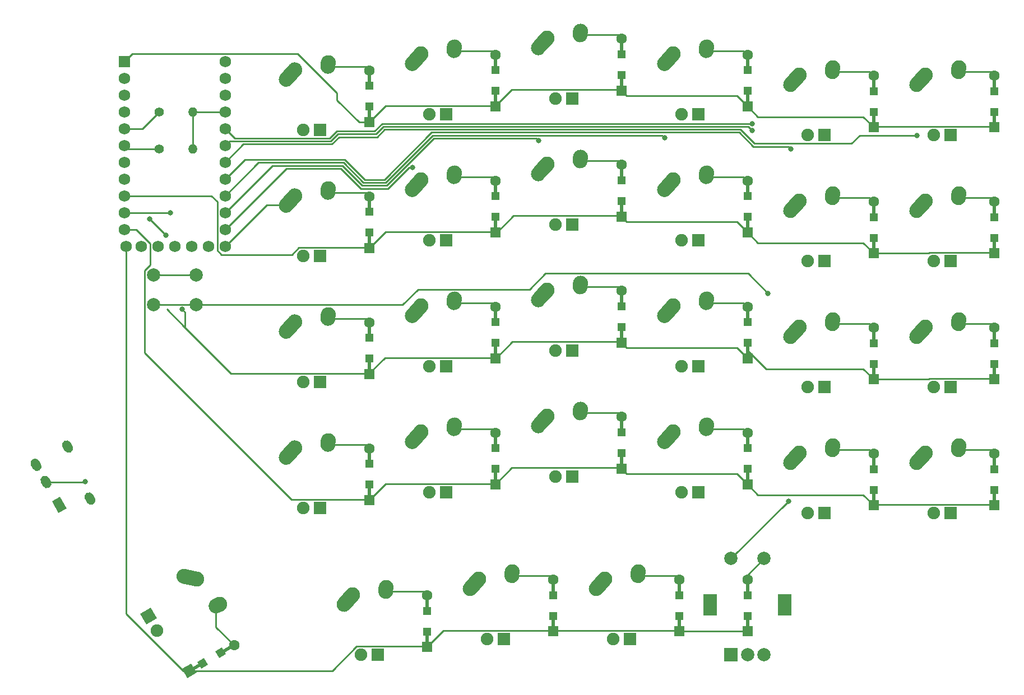
<source format=gbr>
%TF.GenerationSoftware,KiCad,Pcbnew,(5.1.9-0-10_14)*%
%TF.CreationDate,2021-04-19T01:18:51-05:00*%
%TF.ProjectId,wren-right,7772656e-2d72-4696-9768-742e6b696361,rev?*%
%TF.SameCoordinates,Original*%
%TF.FileFunction,Copper,L2,Bot*%
%TF.FilePolarity,Positive*%
%FSLAX46Y46*%
G04 Gerber Fmt 4.6, Leading zero omitted, Abs format (unit mm)*
G04 Created by KiCad (PCBNEW (5.1.9-0-10_14)) date 2021-04-19 01:18:51*
%MOMM*%
%LPD*%
G01*
G04 APERTURE LIST*
%TA.AperFunction,ComponentPad*%
%ADD10C,0.100000*%
%TD*%
%TA.AperFunction,ComponentPad*%
%ADD11C,1.905000*%
%TD*%
%TA.AperFunction,ComponentPad*%
%ADD12C,2.250000*%
%TD*%
%TA.AperFunction,ComponentPad*%
%ADD13O,1.400000X1.400000*%
%TD*%
%TA.AperFunction,ComponentPad*%
%ADD14C,1.400000*%
%TD*%
%TA.AperFunction,SMDPad,CuDef*%
%ADD15R,0.500000X2.500000*%
%TD*%
%TA.AperFunction,ComponentPad*%
%ADD16C,1.600000*%
%TD*%
%TA.AperFunction,ComponentPad*%
%ADD17R,1.600000X1.600000*%
%TD*%
%TA.AperFunction,SMDPad,CuDef*%
%ADD18R,1.200000X1.200000*%
%TD*%
%TA.AperFunction,SMDPad,CuDef*%
%ADD19C,0.100000*%
%TD*%
%TA.AperFunction,ComponentPad*%
%ADD20R,2.000000X2.000000*%
%TD*%
%TA.AperFunction,ComponentPad*%
%ADD21C,2.000000*%
%TD*%
%TA.AperFunction,ComponentPad*%
%ADD22R,2.000000X3.200000*%
%TD*%
%TA.AperFunction,ComponentPad*%
%ADD23C,1.752600*%
%TD*%
%TA.AperFunction,ComponentPad*%
%ADD24R,1.752600X1.752600*%
%TD*%
%TA.AperFunction,ComponentPad*%
%ADD25R,1.905000X1.905000*%
%TD*%
%TA.AperFunction,ViaPad*%
%ADD26C,0.800000*%
%TD*%
%TA.AperFunction,Conductor*%
%ADD27C,0.250000*%
%TD*%
G04 APERTURE END LIST*
%TA.AperFunction,ComponentPad*%
D10*
%TO.P,MX41,4*%
%TO.N,N/C*%
G36*
X100312702Y-140950259D02*
G01*
X101962480Y-139997759D01*
X102914980Y-141647537D01*
X101265202Y-142600037D01*
X100312702Y-140950259D01*
G37*
%TD.AperFunction*%
D11*
%TO.P,MX41,3*%
X102883841Y-143498602D03*
D12*
%TO.P,MX41,1*%
%TO.N,COL0*%
X108862352Y-135693686D03*
%TA.AperFunction,ComponentPad*%
G36*
G01*
X105842539Y-135055292D02*
X105842134Y-135057206D01*
G75*
G02*
X107174942Y-134188372I1100821J-231987D01*
G01*
X109094340Y-134592866D01*
G75*
G02*
X109963174Y-135925674I-231987J-1100821D01*
G01*
X109963174Y-135925674D01*
G75*
G02*
X108630366Y-136794508I-1100821J231987D01*
G01*
X106710968Y-136390014D01*
G75*
G02*
X105842134Y-135057206I231987J1100821D01*
G01*
G37*
%TD.AperFunction*%
%TO.P,MX41,2*%
%TO.N,Net-(D41-Pad2)*%
X112317659Y-139518455D03*
%TA.AperFunction,ComponentPad*%
G36*
G01*
X110785083Y-140268746D02*
X110784693Y-140267948D01*
G75*
G02*
X111301230Y-138763143I1010671J494134D01*
G01*
X111823526Y-138507783D01*
G75*
G02*
X113328331Y-139024320I494134J-1010671D01*
G01*
X113328331Y-139024320D01*
G75*
G02*
X112811794Y-140529125I-1010671J-494134D01*
G01*
X112289498Y-140784485D01*
G75*
G02*
X110784693Y-140267948I-494134J1010671D01*
G01*
G37*
%TD.AperFunction*%
%TD*%
D13*
%TO.P,R2,2*%
%TO.N,VCC*%
X108283750Y-70643750D03*
D14*
%TO.P,R2,1*%
%TO.N,SCL*%
X103203750Y-70643750D03*
%TD*%
D13*
%TO.P,R1,2*%
%TO.N,VCC*%
X108283750Y-65087500D03*
D14*
%TO.P,R1,1*%
%TO.N,SDA*%
X103203750Y-65087500D03*
%TD*%
D15*
%TO.P,D45,2*%
%TO.N,ENC1-IN*%
X192087500Y-137000000D03*
%TO.P,D45,1*%
%TO.N,ROW4*%
X192087500Y-142400000D03*
D16*
%TO.P,D45,2*%
%TO.N,ENC1-IN*%
X192087500Y-135800000D03*
D17*
%TO.P,D45,1*%
%TO.N,ROW4*%
X192087500Y-143600000D03*
D18*
X192087500Y-141275000D03*
%TO.P,D45,2*%
%TO.N,ENC1-IN*%
X192087500Y-138125000D03*
%TD*%
D15*
%TO.P,D44,2*%
%TO.N,Net-(D44-Pad2)*%
X181768750Y-137000000D03*
%TO.P,D44,1*%
%TO.N,ROW4*%
X181768750Y-142400000D03*
D16*
%TO.P,D44,2*%
%TO.N,Net-(D44-Pad2)*%
X181768750Y-135800000D03*
D17*
%TO.P,D44,1*%
%TO.N,ROW4*%
X181768750Y-143600000D03*
D18*
X181768750Y-141275000D03*
%TO.P,D44,2*%
%TO.N,Net-(D44-Pad2)*%
X181768750Y-138125000D03*
%TD*%
D15*
%TO.P,D43,2*%
%TO.N,Net-(D43-Pad2)*%
X162718750Y-137000000D03*
%TO.P,D43,1*%
%TO.N,ROW4*%
X162718750Y-142400000D03*
D16*
%TO.P,D43,2*%
%TO.N,Net-(D43-Pad2)*%
X162718750Y-135800000D03*
D17*
%TO.P,D43,1*%
%TO.N,ROW4*%
X162718750Y-143600000D03*
D18*
X162718750Y-141275000D03*
%TO.P,D43,2*%
%TO.N,Net-(D43-Pad2)*%
X162718750Y-138125000D03*
%TD*%
D15*
%TO.P,D42,2*%
%TO.N,Net-(D42-Pad2)*%
X143672250Y-139381250D03*
%TO.P,D42,1*%
%TO.N,ROW4*%
X143672250Y-144781250D03*
D16*
%TO.P,D42,2*%
%TO.N,Net-(D42-Pad2)*%
X143672250Y-138181250D03*
D17*
%TO.P,D42,1*%
%TO.N,ROW4*%
X143672250Y-145981250D03*
D18*
X143672250Y-143656250D03*
%TO.P,D42,2*%
%TO.N,Net-(D42-Pad2)*%
X143672250Y-140506250D03*
%TD*%
%TA.AperFunction,SMDPad,CuDef*%
D19*
%TO.P,D41,2*%
%TO.N,Net-(D41-Pad2)*%
G36*
X112519487Y-147129006D02*
G01*
X112269487Y-146695994D01*
X114434551Y-145445994D01*
X114684551Y-145879006D01*
X112519487Y-147129006D01*
G37*
%TD.AperFunction*%
%TA.AperFunction,SMDPad,CuDef*%
%TO.P,D41,1*%
%TO.N,ROW4*%
G36*
X107842949Y-149829006D02*
G01*
X107592949Y-149395994D01*
X109758013Y-148145994D01*
X110008013Y-148579006D01*
X107842949Y-149829006D01*
G37*
%TD.AperFunction*%
D16*
%TO.P,D41,2*%
%TO.N,Net-(D41-Pad2)*%
X114516249Y-145687500D03*
%TA.AperFunction,ComponentPad*%
D10*
%TO.P,D41,1*%
%TO.N,ROW4*%
G36*
X107468431Y-150680320D02*
G01*
X106668431Y-149294680D01*
X108054071Y-148494680D01*
X108854071Y-149880320D01*
X107468431Y-150680320D01*
G37*
%TD.AperFunction*%
%TA.AperFunction,SMDPad,CuDef*%
D19*
G36*
X109555145Y-149244615D02*
G01*
X108955145Y-148205385D01*
X109994375Y-147605385D01*
X110594375Y-148644615D01*
X109555145Y-149244615D01*
G37*
%TD.AperFunction*%
%TA.AperFunction,SMDPad,CuDef*%
%TO.P,D41,2*%
%TO.N,Net-(D41-Pad2)*%
G36*
X112283125Y-147669615D02*
G01*
X111683125Y-146630385D01*
X112722355Y-146030385D01*
X113322355Y-147069615D01*
X112283125Y-147669615D01*
G37*
%TD.AperFunction*%
%TD*%
D15*
%TO.P,D36,2*%
%TO.N,Net-(D36-Pad2)*%
X229370250Y-117950000D03*
%TO.P,D36,1*%
%TO.N,ROW3*%
X229370250Y-123350000D03*
D16*
%TO.P,D36,2*%
%TO.N,Net-(D36-Pad2)*%
X229370250Y-116750000D03*
D17*
%TO.P,D36,1*%
%TO.N,ROW3*%
X229370250Y-124550000D03*
D18*
X229370250Y-122225000D03*
%TO.P,D36,2*%
%TO.N,Net-(D36-Pad2)*%
X229370250Y-119075000D03*
%TD*%
D15*
%TO.P,D35,2*%
%TO.N,Net-(D35-Pad2)*%
X211119750Y-117950000D03*
%TO.P,D35,1*%
%TO.N,ROW3*%
X211119750Y-123350000D03*
D16*
%TO.P,D35,2*%
%TO.N,Net-(D35-Pad2)*%
X211119750Y-116750000D03*
D17*
%TO.P,D35,1*%
%TO.N,ROW3*%
X211119750Y-124550000D03*
D18*
X211119750Y-122225000D03*
%TO.P,D35,2*%
%TO.N,Net-(D35-Pad2)*%
X211119750Y-119075000D03*
%TD*%
D15*
%TO.P,D34,2*%
%TO.N,Net-(D34-Pad2)*%
X192075750Y-114775000D03*
%TO.P,D34,1*%
%TO.N,ROW3*%
X192075750Y-120175000D03*
D16*
%TO.P,D34,2*%
%TO.N,Net-(D34-Pad2)*%
X192075750Y-113575000D03*
D17*
%TO.P,D34,1*%
%TO.N,ROW3*%
X192075750Y-121375000D03*
D18*
X192075750Y-119050000D03*
%TO.P,D34,2*%
%TO.N,Net-(D34-Pad2)*%
X192075750Y-115900000D03*
%TD*%
D15*
%TO.P,D33,2*%
%TO.N,Net-(D33-Pad2)*%
X173031750Y-112393750D03*
%TO.P,D33,1*%
%TO.N,ROW3*%
X173031750Y-117793750D03*
D16*
%TO.P,D33,2*%
%TO.N,Net-(D33-Pad2)*%
X173031750Y-111193750D03*
D17*
%TO.P,D33,1*%
%TO.N,ROW3*%
X173031750Y-118993750D03*
D18*
X173031750Y-116668750D03*
%TO.P,D33,2*%
%TO.N,Net-(D33-Pad2)*%
X173031750Y-113518750D03*
%TD*%
D15*
%TO.P,D32,2*%
%TO.N,Net-(D32-Pad2)*%
X153987750Y-114775000D03*
%TO.P,D32,1*%
%TO.N,ROW3*%
X153987750Y-120175000D03*
D16*
%TO.P,D32,2*%
%TO.N,Net-(D32-Pad2)*%
X153987750Y-113575000D03*
D17*
%TO.P,D32,1*%
%TO.N,ROW3*%
X153987750Y-121375000D03*
D18*
X153987750Y-119050000D03*
%TO.P,D32,2*%
%TO.N,Net-(D32-Pad2)*%
X153987750Y-115900000D03*
%TD*%
D15*
%TO.P,D31,2*%
%TO.N,Net-(D31-Pad2)*%
X134943750Y-117156250D03*
%TO.P,D31,1*%
%TO.N,ROW3*%
X134943750Y-122556250D03*
D16*
%TO.P,D31,2*%
%TO.N,Net-(D31-Pad2)*%
X134943750Y-115956250D03*
D17*
%TO.P,D31,1*%
%TO.N,ROW3*%
X134943750Y-123756250D03*
D18*
X134943750Y-121431250D03*
%TO.P,D31,2*%
%TO.N,Net-(D31-Pad2)*%
X134943750Y-118281250D03*
%TD*%
D15*
%TO.P,D26,2*%
%TO.N,Net-(D26-Pad2)*%
X229370250Y-98900000D03*
%TO.P,D26,1*%
%TO.N,ROW2*%
X229370250Y-104300000D03*
D16*
%TO.P,D26,2*%
%TO.N,Net-(D26-Pad2)*%
X229370250Y-97700000D03*
D17*
%TO.P,D26,1*%
%TO.N,ROW2*%
X229370250Y-105500000D03*
D18*
X229370250Y-103175000D03*
%TO.P,D26,2*%
%TO.N,Net-(D26-Pad2)*%
X229370250Y-100025000D03*
%TD*%
D15*
%TO.P,D25,2*%
%TO.N,Net-(D25-Pad2)*%
X211119750Y-98900000D03*
%TO.P,D25,1*%
%TO.N,ROW2*%
X211119750Y-104300000D03*
D16*
%TO.P,D25,2*%
%TO.N,Net-(D25-Pad2)*%
X211119750Y-97700000D03*
D17*
%TO.P,D25,1*%
%TO.N,ROW2*%
X211119750Y-105500000D03*
D18*
X211119750Y-103175000D03*
%TO.P,D25,2*%
%TO.N,Net-(D25-Pad2)*%
X211119750Y-100025000D03*
%TD*%
D15*
%TO.P,D24,2*%
%TO.N,Net-(D24-Pad2)*%
X192075750Y-95725000D03*
%TO.P,D24,1*%
%TO.N,ROW2*%
X192075750Y-101125000D03*
D16*
%TO.P,D24,2*%
%TO.N,Net-(D24-Pad2)*%
X192075750Y-94525000D03*
D17*
%TO.P,D24,1*%
%TO.N,ROW2*%
X192075750Y-102325000D03*
D18*
X192075750Y-100000000D03*
%TO.P,D24,2*%
%TO.N,Net-(D24-Pad2)*%
X192075750Y-96850000D03*
%TD*%
D15*
%TO.P,D23,2*%
%TO.N,Net-(D23-Pad2)*%
X173031750Y-93343750D03*
%TO.P,D23,1*%
%TO.N,ROW2*%
X173031750Y-98743750D03*
D16*
%TO.P,D23,2*%
%TO.N,Net-(D23-Pad2)*%
X173031750Y-92143750D03*
D17*
%TO.P,D23,1*%
%TO.N,ROW2*%
X173031750Y-99943750D03*
D18*
X173031750Y-97618750D03*
%TO.P,D23,2*%
%TO.N,Net-(D23-Pad2)*%
X173031750Y-94468750D03*
%TD*%
D15*
%TO.P,D22,2*%
%TO.N,Net-(D22-Pad2)*%
X153987750Y-95725000D03*
%TO.P,D22,1*%
%TO.N,ROW2*%
X153987750Y-101125000D03*
D16*
%TO.P,D22,2*%
%TO.N,Net-(D22-Pad2)*%
X153987750Y-94525000D03*
D17*
%TO.P,D22,1*%
%TO.N,ROW2*%
X153987750Y-102325000D03*
D18*
X153987750Y-100000000D03*
%TO.P,D22,2*%
%TO.N,Net-(D22-Pad2)*%
X153987750Y-96850000D03*
%TD*%
D15*
%TO.P,D21,2*%
%TO.N,Net-(D21-Pad2)*%
X134943750Y-98106250D03*
%TO.P,D21,1*%
%TO.N,ROW2*%
X134943750Y-103506250D03*
D16*
%TO.P,D21,2*%
%TO.N,Net-(D21-Pad2)*%
X134943750Y-96906250D03*
D17*
%TO.P,D21,1*%
%TO.N,ROW2*%
X134943750Y-104706250D03*
D18*
X134943750Y-102381250D03*
%TO.P,D21,2*%
%TO.N,Net-(D21-Pad2)*%
X134943750Y-99231250D03*
%TD*%
D15*
%TO.P,D16,2*%
%TO.N,Net-(D16-Pad2)*%
X229370250Y-79850000D03*
%TO.P,D16,1*%
%TO.N,ROW1*%
X229370250Y-85250000D03*
D16*
%TO.P,D16,2*%
%TO.N,Net-(D16-Pad2)*%
X229370250Y-78650000D03*
D17*
%TO.P,D16,1*%
%TO.N,ROW1*%
X229370250Y-86450000D03*
D18*
X229370250Y-84125000D03*
%TO.P,D16,2*%
%TO.N,Net-(D16-Pad2)*%
X229370250Y-80975000D03*
%TD*%
D15*
%TO.P,D15,2*%
%TO.N,Net-(D15-Pad2)*%
X211119750Y-79850000D03*
%TO.P,D15,1*%
%TO.N,ROW1*%
X211119750Y-85250000D03*
D16*
%TO.P,D15,2*%
%TO.N,Net-(D15-Pad2)*%
X211119750Y-78650000D03*
D17*
%TO.P,D15,1*%
%TO.N,ROW1*%
X211119750Y-86450000D03*
D18*
X211119750Y-84125000D03*
%TO.P,D15,2*%
%TO.N,Net-(D15-Pad2)*%
X211119750Y-80975000D03*
%TD*%
D15*
%TO.P,D14,2*%
%TO.N,Net-(D14-Pad2)*%
X192075750Y-76675000D03*
%TO.P,D14,1*%
%TO.N,ROW1*%
X192075750Y-82075000D03*
D16*
%TO.P,D14,2*%
%TO.N,Net-(D14-Pad2)*%
X192075750Y-75475000D03*
D17*
%TO.P,D14,1*%
%TO.N,ROW1*%
X192075750Y-83275000D03*
D18*
X192075750Y-80950000D03*
%TO.P,D14,2*%
%TO.N,Net-(D14-Pad2)*%
X192075750Y-77800000D03*
%TD*%
D15*
%TO.P,D13,2*%
%TO.N,Net-(D13-Pad2)*%
X173031750Y-74293750D03*
%TO.P,D13,1*%
%TO.N,ROW1*%
X173031750Y-79693750D03*
D16*
%TO.P,D13,2*%
%TO.N,Net-(D13-Pad2)*%
X173031750Y-73093750D03*
D17*
%TO.P,D13,1*%
%TO.N,ROW1*%
X173031750Y-80893750D03*
D18*
X173031750Y-78568750D03*
%TO.P,D13,2*%
%TO.N,Net-(D13-Pad2)*%
X173031750Y-75418750D03*
%TD*%
D15*
%TO.P,D12,2*%
%TO.N,Net-(D12-Pad2)*%
X153987750Y-76675000D03*
%TO.P,D12,1*%
%TO.N,ROW1*%
X153987750Y-82075000D03*
D16*
%TO.P,D12,2*%
%TO.N,Net-(D12-Pad2)*%
X153987750Y-75475000D03*
D17*
%TO.P,D12,1*%
%TO.N,ROW1*%
X153987750Y-83275000D03*
D18*
X153987750Y-80950000D03*
%TO.P,D12,2*%
%TO.N,Net-(D12-Pad2)*%
X153987750Y-77800000D03*
%TD*%
D15*
%TO.P,D11,2*%
%TO.N,Net-(D11-Pad2)*%
X134943750Y-79056250D03*
%TO.P,D11,1*%
%TO.N,ROW1*%
X134943750Y-84456250D03*
D16*
%TO.P,D11,2*%
%TO.N,Net-(D11-Pad2)*%
X134943750Y-77856250D03*
D17*
%TO.P,D11,1*%
%TO.N,ROW1*%
X134943750Y-85656250D03*
D18*
X134943750Y-83331250D03*
%TO.P,D11,2*%
%TO.N,Net-(D11-Pad2)*%
X134943750Y-80181250D03*
%TD*%
D15*
%TO.P,D6,2*%
%TO.N,Net-(D6-Pad2)*%
X229370250Y-60800000D03*
%TO.P,D6,1*%
%TO.N,ROW0*%
X229370250Y-66200000D03*
D16*
%TO.P,D6,2*%
%TO.N,Net-(D6-Pad2)*%
X229370250Y-59600000D03*
D17*
%TO.P,D6,1*%
%TO.N,ROW0*%
X229370250Y-67400000D03*
D18*
X229370250Y-65075000D03*
%TO.P,D6,2*%
%TO.N,Net-(D6-Pad2)*%
X229370250Y-61925000D03*
%TD*%
D15*
%TO.P,D5,2*%
%TO.N,Net-(D5-Pad2)*%
X211119750Y-60800000D03*
%TO.P,D5,1*%
%TO.N,ROW0*%
X211119750Y-66200000D03*
D16*
%TO.P,D5,2*%
%TO.N,Net-(D5-Pad2)*%
X211119750Y-59600000D03*
D17*
%TO.P,D5,1*%
%TO.N,ROW0*%
X211119750Y-67400000D03*
D18*
X211119750Y-65075000D03*
%TO.P,D5,2*%
%TO.N,Net-(D5-Pad2)*%
X211119750Y-61925000D03*
%TD*%
D15*
%TO.P,D4,2*%
%TO.N,Net-(D4-Pad2)*%
X192075750Y-57625000D03*
%TO.P,D4,1*%
%TO.N,ROW0*%
X192075750Y-63025000D03*
D16*
%TO.P,D4,2*%
%TO.N,Net-(D4-Pad2)*%
X192075750Y-56425000D03*
D17*
%TO.P,D4,1*%
%TO.N,ROW0*%
X192075750Y-64225000D03*
D18*
X192075750Y-61900000D03*
%TO.P,D4,2*%
%TO.N,Net-(D4-Pad2)*%
X192075750Y-58750000D03*
%TD*%
D15*
%TO.P,D3,2*%
%TO.N,Net-(D3-Pad2)*%
X173031750Y-55243750D03*
%TO.P,D3,1*%
%TO.N,ROW0*%
X173031750Y-60643750D03*
D16*
%TO.P,D3,2*%
%TO.N,Net-(D3-Pad2)*%
X173031750Y-54043750D03*
D17*
%TO.P,D3,1*%
%TO.N,ROW0*%
X173031750Y-61843750D03*
D18*
X173031750Y-59518750D03*
%TO.P,D3,2*%
%TO.N,Net-(D3-Pad2)*%
X173031750Y-56368750D03*
%TD*%
D15*
%TO.P,D2,2*%
%TO.N,Net-(D2-Pad2)*%
X153987750Y-57625000D03*
%TO.P,D2,1*%
%TO.N,ROW0*%
X153987750Y-63025000D03*
D16*
%TO.P,D2,2*%
%TO.N,Net-(D2-Pad2)*%
X153987750Y-56425000D03*
D17*
%TO.P,D2,1*%
%TO.N,ROW0*%
X153987750Y-64225000D03*
D18*
X153987750Y-61900000D03*
%TO.P,D2,2*%
%TO.N,Net-(D2-Pad2)*%
X153987750Y-58750000D03*
%TD*%
D15*
%TO.P,D1,2*%
%TO.N,Net-(D1-Pad2)*%
X134943750Y-60006250D03*
%TO.P,D1,1*%
%TO.N,ROW0*%
X134943750Y-65406250D03*
D16*
%TO.P,D1,2*%
%TO.N,Net-(D1-Pad2)*%
X134943750Y-58806250D03*
D17*
%TO.P,D1,1*%
%TO.N,ROW0*%
X134943750Y-66606250D03*
D18*
X134943750Y-64281250D03*
%TO.P,D1,2*%
%TO.N,Net-(D1-Pad2)*%
X134943750Y-61131250D03*
%TD*%
D20*
%TO.P,ENC1,A*%
%TO.N,LEFT*%
X189579250Y-147097750D03*
D21*
%TO.P,ENC1,C*%
%TO.N,GND*%
X192079250Y-147097750D03*
%TO.P,ENC1,B*%
%TO.N,RIGHT*%
X194579250Y-147097750D03*
D22*
%TO.P,ENC1,MP*%
%TO.N,N/C*%
X186479250Y-139597750D03*
X197679250Y-139597750D03*
D21*
%TO.P,ENC1,S2*%
%TO.N,COL4*%
X189579250Y-132597750D03*
%TO.P,ENC1,S1*%
%TO.N,ENC1-IN*%
X194579250Y-132597750D03*
%TD*%
D23*
%TO.P,U1,25*%
%TO.N,N/C*%
X100488750Y-85407500D03*
%TO.P,U1,26*%
X103028750Y-85407500D03*
%TO.P,U1,27*%
X105568750Y-85407500D03*
%TO.P,U1,28*%
X108108750Y-85407500D03*
%TO.P,U1,29*%
X110648750Y-85407500D03*
%TO.P,U1,24*%
X113188750Y-57467500D03*
%TO.P,U1,12*%
%TO.N,ROW4*%
X98177350Y-85407500D03*
%TO.P,U1,23*%
%TO.N,GND*%
X113188750Y-60007500D03*
%TO.P,U1,22*%
%TO.N,Net-(SW0-Pad1)*%
X113188750Y-62547500D03*
%TO.P,U1,21*%
%TO.N,VCC*%
X113188750Y-65087500D03*
%TO.P,U1,20*%
%TO.N,RIGHT*%
X113188750Y-67627500D03*
%TO.P,U1,19*%
%TO.N,LEFT*%
X113188750Y-70167500D03*
%TO.P,U1,18*%
%TO.N,COL5*%
X113188750Y-72707500D03*
%TO.P,U1,17*%
%TO.N,COL4*%
X113188750Y-75247500D03*
%TO.P,U1,16*%
%TO.N,COL3*%
X113188750Y-77787500D03*
%TO.P,U1,15*%
%TO.N,COL2*%
X113188750Y-80327500D03*
%TO.P,U1,14*%
%TO.N,COL1*%
X113188750Y-82867500D03*
%TO.P,U1,13*%
%TO.N,COL0*%
X113188750Y-85407500D03*
%TO.P,U1,11*%
%TO.N,ROW3*%
X97948750Y-82867500D03*
%TO.P,U1,10*%
%TO.N,ROW2*%
X97948750Y-80327500D03*
%TO.P,U1,9*%
%TO.N,ROW1*%
X97948750Y-77787500D03*
%TO.P,U1,8*%
%TO.N,N/C*%
X97948750Y-75247500D03*
%TO.P,U1,7*%
X97948750Y-72707500D03*
%TO.P,U1,6*%
%TO.N,SCL*%
X97948750Y-70167500D03*
%TO.P,U1,5*%
%TO.N,SDA*%
X97948750Y-67627500D03*
%TO.P,U1,4*%
%TO.N,N/C*%
X97948750Y-65087500D03*
%TO.P,U1,3*%
X97948750Y-62547500D03*
%TO.P,U1,2*%
X97948750Y-60007500D03*
D24*
%TO.P,U1,1*%
%TO.N,ROW0*%
X97948750Y-57467500D03*
%TD*%
D21*
%TO.P,SW0,1*%
%TO.N,Net-(SW0-Pad1)*%
X108830250Y-89693750D03*
%TO.P,SW0,2*%
%TO.N,GND*%
X108830250Y-94193750D03*
%TO.P,SW0,1*%
%TO.N,Net-(SW0-Pad1)*%
X102330250Y-89693750D03*
%TO.P,SW0,2*%
%TO.N,GND*%
X102330250Y-94193750D03*
%TD*%
%TO.P,J1,R2*%
%TO.N,SCL*%
%TA.AperFunction,ComponentPad*%
G36*
G01*
X84106250Y-117563546D02*
X84106250Y-117563546D01*
G75*
G02*
X85062468Y-117819764I350000J-606218D01*
G01*
X85362468Y-118339380D01*
G75*
G02*
X85106250Y-119295598I-606218J-350000D01*
G01*
X85106250Y-119295598D01*
G75*
G02*
X84150032Y-119039380I-350000J606218D01*
G01*
X83850032Y-118519764D01*
G75*
G02*
X84106250Y-117563546I606218J350000D01*
G01*
G37*
%TD.AperFunction*%
%TO.P,J1,R1*%
%TO.N,VCC*%
%TA.AperFunction,ComponentPad*%
G36*
G01*
X85606250Y-120161622D02*
X85606250Y-120161622D01*
G75*
G02*
X86562468Y-120417840I350000J-606218D01*
G01*
X86862468Y-120937456D01*
G75*
G02*
X86606250Y-121893674I-606218J-350000D01*
G01*
X86606250Y-121893674D01*
G75*
G02*
X85650032Y-121637456I-350000J606218D01*
G01*
X85350032Y-121117840D01*
G75*
G02*
X85606250Y-120161622I606218J350000D01*
G01*
G37*
%TD.AperFunction*%
%TA.AperFunction,ComponentPad*%
D10*
%TO.P,J1,T*%
%TO.N,GND*%
G36*
X87000032Y-123975725D02*
G01*
X88212468Y-123275725D01*
X89212468Y-125007775D01*
X88000032Y-125707775D01*
X87000032Y-123975725D01*
G37*
%TD.AperFunction*%
%TO.P,J1,S*%
%TO.N,SDA*%
%TA.AperFunction,ComponentPad*%
G36*
G01*
X92253364Y-122674762D02*
X92253364Y-122674762D01*
G75*
G02*
X93209582Y-122930980I350000J-606218D01*
G01*
X93509582Y-123450596D01*
G75*
G02*
X93253364Y-124406814I-606218J-350000D01*
G01*
X93253364Y-124406814D01*
G75*
G02*
X92297146Y-124150596I-350000J606218D01*
G01*
X91997146Y-123630980D01*
G75*
G02*
X92253364Y-122674762I606218J350000D01*
G01*
G37*
%TD.AperFunction*%
%TO.P,J1,*%
%TO.N,*%
%TA.AperFunction,ComponentPad*%
G36*
G01*
X88869390Y-114813546D02*
X88869390Y-114813546D01*
G75*
G02*
X89825608Y-115069764I350000J-606218D01*
G01*
X90125608Y-115589380D01*
G75*
G02*
X89869390Y-116545598I-606218J-350000D01*
G01*
X89869390Y-116545598D01*
G75*
G02*
X88913172Y-116289380I-350000J606218D01*
G01*
X88613172Y-115769764D01*
G75*
G02*
X88869390Y-114813546I606218J350000D01*
G01*
G37*
%TD.AperFunction*%
%TD*%
D25*
%TO.P,MX44,4*%
%TO.N,N/C*%
X174307500Y-144780000D03*
D11*
%TO.P,MX44,3*%
X171767500Y-144780000D03*
D12*
%TO.P,MX44,1*%
%TO.N,COL3*%
X170537500Y-135700000D03*
%TA.AperFunction,ComponentPad*%
G36*
G01*
X168476188Y-137997350D02*
X168476183Y-137997345D01*
G75*
G02*
X168390155Y-136408683I751317J837345D01*
G01*
X169700157Y-134948683D01*
G75*
G02*
X171288819Y-134862655I837345J-751317D01*
G01*
X171288819Y-134862655D01*
G75*
G02*
X171374847Y-136451317I-751317J-837345D01*
G01*
X170064845Y-137911317D01*
G75*
G02*
X168476183Y-137997345I-837345J751317D01*
G01*
G37*
%TD.AperFunction*%
%TO.P,MX44,2*%
%TO.N,Net-(D44-Pad2)*%
X175577500Y-134620000D03*
%TA.AperFunction,ComponentPad*%
G36*
G01*
X175460983Y-136322395D02*
X175460097Y-136322334D01*
G75*
G02*
X174415166Y-135122597I77403J1122334D01*
G01*
X174455166Y-134542597D01*
G75*
G02*
X175654903Y-133497666I1122334J-77403D01*
G01*
X175654903Y-133497666D01*
G75*
G02*
X176699834Y-134697403I-77403J-1122334D01*
G01*
X176659834Y-135277403D01*
G75*
G02*
X175460097Y-136322334I-1122334J77403D01*
G01*
G37*
%TD.AperFunction*%
%TD*%
D25*
%TO.P,MX43,4*%
%TO.N,N/C*%
X155257500Y-144780000D03*
D11*
%TO.P,MX43,3*%
X152717500Y-144780000D03*
D12*
%TO.P,MX43,1*%
%TO.N,COL2*%
X151487500Y-135700000D03*
%TA.AperFunction,ComponentPad*%
G36*
G01*
X149426188Y-137997350D02*
X149426183Y-137997345D01*
G75*
G02*
X149340155Y-136408683I751317J837345D01*
G01*
X150650157Y-134948683D01*
G75*
G02*
X152238819Y-134862655I837345J-751317D01*
G01*
X152238819Y-134862655D01*
G75*
G02*
X152324847Y-136451317I-751317J-837345D01*
G01*
X151014845Y-137911317D01*
G75*
G02*
X149426183Y-137997345I-837345J751317D01*
G01*
G37*
%TD.AperFunction*%
%TO.P,MX43,2*%
%TO.N,Net-(D43-Pad2)*%
X156527500Y-134620000D03*
%TA.AperFunction,ComponentPad*%
G36*
G01*
X156410983Y-136322395D02*
X156410097Y-136322334D01*
G75*
G02*
X155365166Y-135122597I77403J1122334D01*
G01*
X155405166Y-134542597D01*
G75*
G02*
X156604903Y-133497666I1122334J-77403D01*
G01*
X156604903Y-133497666D01*
G75*
G02*
X157649834Y-134697403I-77403J-1122334D01*
G01*
X157609834Y-135277403D01*
G75*
G02*
X156410097Y-136322334I-1122334J77403D01*
G01*
G37*
%TD.AperFunction*%
%TD*%
D25*
%TO.P,MX42,4*%
%TO.N,N/C*%
X136207500Y-147161250D03*
D11*
%TO.P,MX42,3*%
X133667500Y-147161250D03*
D12*
%TO.P,MX42,1*%
%TO.N,COL1*%
X132437500Y-138081250D03*
%TA.AperFunction,ComponentPad*%
G36*
G01*
X130376188Y-140378600D02*
X130376183Y-140378595D01*
G75*
G02*
X130290155Y-138789933I751317J837345D01*
G01*
X131600157Y-137329933D01*
G75*
G02*
X133188819Y-137243905I837345J-751317D01*
G01*
X133188819Y-137243905D01*
G75*
G02*
X133274847Y-138832567I-751317J-837345D01*
G01*
X131964845Y-140292567D01*
G75*
G02*
X130376183Y-140378595I-837345J751317D01*
G01*
G37*
%TD.AperFunction*%
%TO.P,MX42,2*%
%TO.N,Net-(D42-Pad2)*%
X137477500Y-137001250D03*
%TA.AperFunction,ComponentPad*%
G36*
G01*
X137360983Y-138703645D02*
X137360097Y-138703584D01*
G75*
G02*
X136315166Y-137503847I77403J1122334D01*
G01*
X136355166Y-136923847D01*
G75*
G02*
X137554903Y-135878916I1122334J-77403D01*
G01*
X137554903Y-135878916D01*
G75*
G02*
X138599834Y-137078653I-77403J-1122334D01*
G01*
X138559834Y-137658653D01*
G75*
G02*
X137360097Y-138703584I-1122334J77403D01*
G01*
G37*
%TD.AperFunction*%
%TD*%
D25*
%TO.P,MX36,4*%
%TO.N,N/C*%
X222726250Y-125730000D03*
D11*
%TO.P,MX36,3*%
X220186250Y-125730000D03*
D12*
%TO.P,MX36,1*%
%TO.N,COL5*%
X218956250Y-116650000D03*
%TA.AperFunction,ComponentPad*%
G36*
G01*
X216894938Y-118947350D02*
X216894933Y-118947345D01*
G75*
G02*
X216808905Y-117358683I751317J837345D01*
G01*
X218118907Y-115898683D01*
G75*
G02*
X219707569Y-115812655I837345J-751317D01*
G01*
X219707569Y-115812655D01*
G75*
G02*
X219793597Y-117401317I-751317J-837345D01*
G01*
X218483595Y-118861317D01*
G75*
G02*
X216894933Y-118947345I-837345J751317D01*
G01*
G37*
%TD.AperFunction*%
%TO.P,MX36,2*%
%TO.N,Net-(D36-Pad2)*%
X223996250Y-115570000D03*
%TA.AperFunction,ComponentPad*%
G36*
G01*
X223879733Y-117272395D02*
X223878847Y-117272334D01*
G75*
G02*
X222833916Y-116072597I77403J1122334D01*
G01*
X222873916Y-115492597D01*
G75*
G02*
X224073653Y-114447666I1122334J-77403D01*
G01*
X224073653Y-114447666D01*
G75*
G02*
X225118584Y-115647403I-77403J-1122334D01*
G01*
X225078584Y-116227403D01*
G75*
G02*
X223878847Y-117272334I-1122334J77403D01*
G01*
G37*
%TD.AperFunction*%
%TD*%
D25*
%TO.P,MX35,4*%
%TO.N,N/C*%
X203676250Y-125730000D03*
D11*
%TO.P,MX35,3*%
X201136250Y-125730000D03*
D12*
%TO.P,MX35,1*%
%TO.N,COL4*%
X199906250Y-116650000D03*
%TA.AperFunction,ComponentPad*%
G36*
G01*
X197844938Y-118947350D02*
X197844933Y-118947345D01*
G75*
G02*
X197758905Y-117358683I751317J837345D01*
G01*
X199068907Y-115898683D01*
G75*
G02*
X200657569Y-115812655I837345J-751317D01*
G01*
X200657569Y-115812655D01*
G75*
G02*
X200743597Y-117401317I-751317J-837345D01*
G01*
X199433595Y-118861317D01*
G75*
G02*
X197844933Y-118947345I-837345J751317D01*
G01*
G37*
%TD.AperFunction*%
%TO.P,MX35,2*%
%TO.N,Net-(D35-Pad2)*%
X204946250Y-115570000D03*
%TA.AperFunction,ComponentPad*%
G36*
G01*
X204829733Y-117272395D02*
X204828847Y-117272334D01*
G75*
G02*
X203783916Y-116072597I77403J1122334D01*
G01*
X203823916Y-115492597D01*
G75*
G02*
X205023653Y-114447666I1122334J-77403D01*
G01*
X205023653Y-114447666D01*
G75*
G02*
X206068584Y-115647403I-77403J-1122334D01*
G01*
X206028584Y-116227403D01*
G75*
G02*
X204828847Y-117272334I-1122334J77403D01*
G01*
G37*
%TD.AperFunction*%
%TD*%
D25*
%TO.P,MX34,4*%
%TO.N,N/C*%
X184626250Y-122555000D03*
D11*
%TO.P,MX34,3*%
X182086250Y-122555000D03*
D12*
%TO.P,MX34,1*%
%TO.N,COL3*%
X180856250Y-113475000D03*
%TA.AperFunction,ComponentPad*%
G36*
G01*
X178794938Y-115772350D02*
X178794933Y-115772345D01*
G75*
G02*
X178708905Y-114183683I751317J837345D01*
G01*
X180018907Y-112723683D01*
G75*
G02*
X181607569Y-112637655I837345J-751317D01*
G01*
X181607569Y-112637655D01*
G75*
G02*
X181693597Y-114226317I-751317J-837345D01*
G01*
X180383595Y-115686317D01*
G75*
G02*
X178794933Y-115772345I-837345J751317D01*
G01*
G37*
%TD.AperFunction*%
%TO.P,MX34,2*%
%TO.N,Net-(D34-Pad2)*%
X185896250Y-112395000D03*
%TA.AperFunction,ComponentPad*%
G36*
G01*
X185779733Y-114097395D02*
X185778847Y-114097334D01*
G75*
G02*
X184733916Y-112897597I77403J1122334D01*
G01*
X184773916Y-112317597D01*
G75*
G02*
X185973653Y-111272666I1122334J-77403D01*
G01*
X185973653Y-111272666D01*
G75*
G02*
X187018584Y-112472403I-77403J-1122334D01*
G01*
X186978584Y-113052403D01*
G75*
G02*
X185778847Y-114097334I-1122334J77403D01*
G01*
G37*
%TD.AperFunction*%
%TD*%
D25*
%TO.P,MX33,4*%
%TO.N,N/C*%
X165576250Y-120173750D03*
D11*
%TO.P,MX33,3*%
X163036250Y-120173750D03*
D12*
%TO.P,MX33,1*%
%TO.N,COL2*%
X161806250Y-111093750D03*
%TA.AperFunction,ComponentPad*%
G36*
G01*
X159744938Y-113391100D02*
X159744933Y-113391095D01*
G75*
G02*
X159658905Y-111802433I751317J837345D01*
G01*
X160968907Y-110342433D01*
G75*
G02*
X162557569Y-110256405I837345J-751317D01*
G01*
X162557569Y-110256405D01*
G75*
G02*
X162643597Y-111845067I-751317J-837345D01*
G01*
X161333595Y-113305067D01*
G75*
G02*
X159744933Y-113391095I-837345J751317D01*
G01*
G37*
%TD.AperFunction*%
%TO.P,MX33,2*%
%TO.N,Net-(D33-Pad2)*%
X166846250Y-110013750D03*
%TA.AperFunction,ComponentPad*%
G36*
G01*
X166729733Y-111716145D02*
X166728847Y-111716084D01*
G75*
G02*
X165683916Y-110516347I77403J1122334D01*
G01*
X165723916Y-109936347D01*
G75*
G02*
X166923653Y-108891416I1122334J-77403D01*
G01*
X166923653Y-108891416D01*
G75*
G02*
X167968584Y-110091153I-77403J-1122334D01*
G01*
X167928584Y-110671153D01*
G75*
G02*
X166728847Y-111716084I-1122334J77403D01*
G01*
G37*
%TD.AperFunction*%
%TD*%
D25*
%TO.P,MX32,4*%
%TO.N,N/C*%
X146526250Y-122555000D03*
D11*
%TO.P,MX32,3*%
X143986250Y-122555000D03*
D12*
%TO.P,MX32,1*%
%TO.N,COL1*%
X142756250Y-113475000D03*
%TA.AperFunction,ComponentPad*%
G36*
G01*
X140694938Y-115772350D02*
X140694933Y-115772345D01*
G75*
G02*
X140608905Y-114183683I751317J837345D01*
G01*
X141918907Y-112723683D01*
G75*
G02*
X143507569Y-112637655I837345J-751317D01*
G01*
X143507569Y-112637655D01*
G75*
G02*
X143593597Y-114226317I-751317J-837345D01*
G01*
X142283595Y-115686317D01*
G75*
G02*
X140694933Y-115772345I-837345J751317D01*
G01*
G37*
%TD.AperFunction*%
%TO.P,MX32,2*%
%TO.N,Net-(D32-Pad2)*%
X147796250Y-112395000D03*
%TA.AperFunction,ComponentPad*%
G36*
G01*
X147679733Y-114097395D02*
X147678847Y-114097334D01*
G75*
G02*
X146633916Y-112897597I77403J1122334D01*
G01*
X146673916Y-112317597D01*
G75*
G02*
X147873653Y-111272666I1122334J-77403D01*
G01*
X147873653Y-111272666D01*
G75*
G02*
X148918584Y-112472403I-77403J-1122334D01*
G01*
X148878584Y-113052403D01*
G75*
G02*
X147678847Y-114097334I-1122334J77403D01*
G01*
G37*
%TD.AperFunction*%
%TD*%
D25*
%TO.P,MX31,4*%
%TO.N,N/C*%
X127476250Y-124936250D03*
D11*
%TO.P,MX31,3*%
X124936250Y-124936250D03*
D12*
%TO.P,MX31,1*%
%TO.N,COL0*%
X123706250Y-115856250D03*
%TA.AperFunction,ComponentPad*%
G36*
G01*
X121644938Y-118153600D02*
X121644933Y-118153595D01*
G75*
G02*
X121558905Y-116564933I751317J837345D01*
G01*
X122868907Y-115104933D01*
G75*
G02*
X124457569Y-115018905I837345J-751317D01*
G01*
X124457569Y-115018905D01*
G75*
G02*
X124543597Y-116607567I-751317J-837345D01*
G01*
X123233595Y-118067567D01*
G75*
G02*
X121644933Y-118153595I-837345J751317D01*
G01*
G37*
%TD.AperFunction*%
%TO.P,MX31,2*%
%TO.N,Net-(D31-Pad2)*%
X128746250Y-114776250D03*
%TA.AperFunction,ComponentPad*%
G36*
G01*
X128629733Y-116478645D02*
X128628847Y-116478584D01*
G75*
G02*
X127583916Y-115278847I77403J1122334D01*
G01*
X127623916Y-114698847D01*
G75*
G02*
X128823653Y-113653916I1122334J-77403D01*
G01*
X128823653Y-113653916D01*
G75*
G02*
X129868584Y-114853653I-77403J-1122334D01*
G01*
X129828584Y-115433653D01*
G75*
G02*
X128628847Y-116478584I-1122334J77403D01*
G01*
G37*
%TD.AperFunction*%
%TD*%
D25*
%TO.P,MX26,4*%
%TO.N,N/C*%
X222726250Y-106680000D03*
D11*
%TO.P,MX26,3*%
X220186250Y-106680000D03*
D12*
%TO.P,MX26,1*%
%TO.N,COL5*%
X218956250Y-97600000D03*
%TA.AperFunction,ComponentPad*%
G36*
G01*
X216894938Y-99897350D02*
X216894933Y-99897345D01*
G75*
G02*
X216808905Y-98308683I751317J837345D01*
G01*
X218118907Y-96848683D01*
G75*
G02*
X219707569Y-96762655I837345J-751317D01*
G01*
X219707569Y-96762655D01*
G75*
G02*
X219793597Y-98351317I-751317J-837345D01*
G01*
X218483595Y-99811317D01*
G75*
G02*
X216894933Y-99897345I-837345J751317D01*
G01*
G37*
%TD.AperFunction*%
%TO.P,MX26,2*%
%TO.N,Net-(D26-Pad2)*%
X223996250Y-96520000D03*
%TA.AperFunction,ComponentPad*%
G36*
G01*
X223879733Y-98222395D02*
X223878847Y-98222334D01*
G75*
G02*
X222833916Y-97022597I77403J1122334D01*
G01*
X222873916Y-96442597D01*
G75*
G02*
X224073653Y-95397666I1122334J-77403D01*
G01*
X224073653Y-95397666D01*
G75*
G02*
X225118584Y-96597403I-77403J-1122334D01*
G01*
X225078584Y-97177403D01*
G75*
G02*
X223878847Y-98222334I-1122334J77403D01*
G01*
G37*
%TD.AperFunction*%
%TD*%
D25*
%TO.P,MX25,4*%
%TO.N,N/C*%
X203676250Y-106680000D03*
D11*
%TO.P,MX25,3*%
X201136250Y-106680000D03*
D12*
%TO.P,MX25,1*%
%TO.N,COL4*%
X199906250Y-97600000D03*
%TA.AperFunction,ComponentPad*%
G36*
G01*
X197844938Y-99897350D02*
X197844933Y-99897345D01*
G75*
G02*
X197758905Y-98308683I751317J837345D01*
G01*
X199068907Y-96848683D01*
G75*
G02*
X200657569Y-96762655I837345J-751317D01*
G01*
X200657569Y-96762655D01*
G75*
G02*
X200743597Y-98351317I-751317J-837345D01*
G01*
X199433595Y-99811317D01*
G75*
G02*
X197844933Y-99897345I-837345J751317D01*
G01*
G37*
%TD.AperFunction*%
%TO.P,MX25,2*%
%TO.N,Net-(D25-Pad2)*%
X204946250Y-96520000D03*
%TA.AperFunction,ComponentPad*%
G36*
G01*
X204829733Y-98222395D02*
X204828847Y-98222334D01*
G75*
G02*
X203783916Y-97022597I77403J1122334D01*
G01*
X203823916Y-96442597D01*
G75*
G02*
X205023653Y-95397666I1122334J-77403D01*
G01*
X205023653Y-95397666D01*
G75*
G02*
X206068584Y-96597403I-77403J-1122334D01*
G01*
X206028584Y-97177403D01*
G75*
G02*
X204828847Y-98222334I-1122334J77403D01*
G01*
G37*
%TD.AperFunction*%
%TD*%
D25*
%TO.P,MX24,4*%
%TO.N,N/C*%
X184626250Y-103505000D03*
D11*
%TO.P,MX24,3*%
X182086250Y-103505000D03*
D12*
%TO.P,MX24,1*%
%TO.N,COL3*%
X180856250Y-94425000D03*
%TA.AperFunction,ComponentPad*%
G36*
G01*
X178794938Y-96722350D02*
X178794933Y-96722345D01*
G75*
G02*
X178708905Y-95133683I751317J837345D01*
G01*
X180018907Y-93673683D01*
G75*
G02*
X181607569Y-93587655I837345J-751317D01*
G01*
X181607569Y-93587655D01*
G75*
G02*
X181693597Y-95176317I-751317J-837345D01*
G01*
X180383595Y-96636317D01*
G75*
G02*
X178794933Y-96722345I-837345J751317D01*
G01*
G37*
%TD.AperFunction*%
%TO.P,MX24,2*%
%TO.N,Net-(D24-Pad2)*%
X185896250Y-93345000D03*
%TA.AperFunction,ComponentPad*%
G36*
G01*
X185779733Y-95047395D02*
X185778847Y-95047334D01*
G75*
G02*
X184733916Y-93847597I77403J1122334D01*
G01*
X184773916Y-93267597D01*
G75*
G02*
X185973653Y-92222666I1122334J-77403D01*
G01*
X185973653Y-92222666D01*
G75*
G02*
X187018584Y-93422403I-77403J-1122334D01*
G01*
X186978584Y-94002403D01*
G75*
G02*
X185778847Y-95047334I-1122334J77403D01*
G01*
G37*
%TD.AperFunction*%
%TD*%
D25*
%TO.P,MX23,4*%
%TO.N,N/C*%
X165576250Y-101123750D03*
D11*
%TO.P,MX23,3*%
X163036250Y-101123750D03*
D12*
%TO.P,MX23,1*%
%TO.N,COL2*%
X161806250Y-92043750D03*
%TA.AperFunction,ComponentPad*%
G36*
G01*
X159744938Y-94341100D02*
X159744933Y-94341095D01*
G75*
G02*
X159658905Y-92752433I751317J837345D01*
G01*
X160968907Y-91292433D01*
G75*
G02*
X162557569Y-91206405I837345J-751317D01*
G01*
X162557569Y-91206405D01*
G75*
G02*
X162643597Y-92795067I-751317J-837345D01*
G01*
X161333595Y-94255067D01*
G75*
G02*
X159744933Y-94341095I-837345J751317D01*
G01*
G37*
%TD.AperFunction*%
%TO.P,MX23,2*%
%TO.N,Net-(D23-Pad2)*%
X166846250Y-90963750D03*
%TA.AperFunction,ComponentPad*%
G36*
G01*
X166729733Y-92666145D02*
X166728847Y-92666084D01*
G75*
G02*
X165683916Y-91466347I77403J1122334D01*
G01*
X165723916Y-90886347D01*
G75*
G02*
X166923653Y-89841416I1122334J-77403D01*
G01*
X166923653Y-89841416D01*
G75*
G02*
X167968584Y-91041153I-77403J-1122334D01*
G01*
X167928584Y-91621153D01*
G75*
G02*
X166728847Y-92666084I-1122334J77403D01*
G01*
G37*
%TD.AperFunction*%
%TD*%
D25*
%TO.P,MX22,4*%
%TO.N,N/C*%
X146526250Y-103505000D03*
D11*
%TO.P,MX22,3*%
X143986250Y-103505000D03*
D12*
%TO.P,MX22,1*%
%TO.N,COL1*%
X142756250Y-94425000D03*
%TA.AperFunction,ComponentPad*%
G36*
G01*
X140694938Y-96722350D02*
X140694933Y-96722345D01*
G75*
G02*
X140608905Y-95133683I751317J837345D01*
G01*
X141918907Y-93673683D01*
G75*
G02*
X143507569Y-93587655I837345J-751317D01*
G01*
X143507569Y-93587655D01*
G75*
G02*
X143593597Y-95176317I-751317J-837345D01*
G01*
X142283595Y-96636317D01*
G75*
G02*
X140694933Y-96722345I-837345J751317D01*
G01*
G37*
%TD.AperFunction*%
%TO.P,MX22,2*%
%TO.N,Net-(D22-Pad2)*%
X147796250Y-93345000D03*
%TA.AperFunction,ComponentPad*%
G36*
G01*
X147679733Y-95047395D02*
X147678847Y-95047334D01*
G75*
G02*
X146633916Y-93847597I77403J1122334D01*
G01*
X146673916Y-93267597D01*
G75*
G02*
X147873653Y-92222666I1122334J-77403D01*
G01*
X147873653Y-92222666D01*
G75*
G02*
X148918584Y-93422403I-77403J-1122334D01*
G01*
X148878584Y-94002403D01*
G75*
G02*
X147678847Y-95047334I-1122334J77403D01*
G01*
G37*
%TD.AperFunction*%
%TD*%
D25*
%TO.P,MX21,4*%
%TO.N,N/C*%
X127476250Y-105886250D03*
D11*
%TO.P,MX21,3*%
X124936250Y-105886250D03*
D12*
%TO.P,MX21,1*%
%TO.N,COL0*%
X123706250Y-96806250D03*
%TA.AperFunction,ComponentPad*%
G36*
G01*
X121644938Y-99103600D02*
X121644933Y-99103595D01*
G75*
G02*
X121558905Y-97514933I751317J837345D01*
G01*
X122868907Y-96054933D01*
G75*
G02*
X124457569Y-95968905I837345J-751317D01*
G01*
X124457569Y-95968905D01*
G75*
G02*
X124543597Y-97557567I-751317J-837345D01*
G01*
X123233595Y-99017567D01*
G75*
G02*
X121644933Y-99103595I-837345J751317D01*
G01*
G37*
%TD.AperFunction*%
%TO.P,MX21,2*%
%TO.N,Net-(D21-Pad2)*%
X128746250Y-95726250D03*
%TA.AperFunction,ComponentPad*%
G36*
G01*
X128629733Y-97428645D02*
X128628847Y-97428584D01*
G75*
G02*
X127583916Y-96228847I77403J1122334D01*
G01*
X127623916Y-95648847D01*
G75*
G02*
X128823653Y-94603916I1122334J-77403D01*
G01*
X128823653Y-94603916D01*
G75*
G02*
X129868584Y-95803653I-77403J-1122334D01*
G01*
X129828584Y-96383653D01*
G75*
G02*
X128628847Y-97428584I-1122334J77403D01*
G01*
G37*
%TD.AperFunction*%
%TD*%
D25*
%TO.P,MX16,4*%
%TO.N,N/C*%
X222726250Y-87630000D03*
D11*
%TO.P,MX16,3*%
X220186250Y-87630000D03*
D12*
%TO.P,MX16,1*%
%TO.N,COL5*%
X218956250Y-78550000D03*
%TA.AperFunction,ComponentPad*%
G36*
G01*
X216894938Y-80847350D02*
X216894933Y-80847345D01*
G75*
G02*
X216808905Y-79258683I751317J837345D01*
G01*
X218118907Y-77798683D01*
G75*
G02*
X219707569Y-77712655I837345J-751317D01*
G01*
X219707569Y-77712655D01*
G75*
G02*
X219793597Y-79301317I-751317J-837345D01*
G01*
X218483595Y-80761317D01*
G75*
G02*
X216894933Y-80847345I-837345J751317D01*
G01*
G37*
%TD.AperFunction*%
%TO.P,MX16,2*%
%TO.N,Net-(D16-Pad2)*%
X223996250Y-77470000D03*
%TA.AperFunction,ComponentPad*%
G36*
G01*
X223879733Y-79172395D02*
X223878847Y-79172334D01*
G75*
G02*
X222833916Y-77972597I77403J1122334D01*
G01*
X222873916Y-77392597D01*
G75*
G02*
X224073653Y-76347666I1122334J-77403D01*
G01*
X224073653Y-76347666D01*
G75*
G02*
X225118584Y-77547403I-77403J-1122334D01*
G01*
X225078584Y-78127403D01*
G75*
G02*
X223878847Y-79172334I-1122334J77403D01*
G01*
G37*
%TD.AperFunction*%
%TD*%
D25*
%TO.P,MX15,4*%
%TO.N,N/C*%
X203676250Y-87630000D03*
D11*
%TO.P,MX15,3*%
X201136250Y-87630000D03*
D12*
%TO.P,MX15,1*%
%TO.N,COL4*%
X199906250Y-78550000D03*
%TA.AperFunction,ComponentPad*%
G36*
G01*
X197844938Y-80847350D02*
X197844933Y-80847345D01*
G75*
G02*
X197758905Y-79258683I751317J837345D01*
G01*
X199068907Y-77798683D01*
G75*
G02*
X200657569Y-77712655I837345J-751317D01*
G01*
X200657569Y-77712655D01*
G75*
G02*
X200743597Y-79301317I-751317J-837345D01*
G01*
X199433595Y-80761317D01*
G75*
G02*
X197844933Y-80847345I-837345J751317D01*
G01*
G37*
%TD.AperFunction*%
%TO.P,MX15,2*%
%TO.N,Net-(D15-Pad2)*%
X204946250Y-77470000D03*
%TA.AperFunction,ComponentPad*%
G36*
G01*
X204829733Y-79172395D02*
X204828847Y-79172334D01*
G75*
G02*
X203783916Y-77972597I77403J1122334D01*
G01*
X203823916Y-77392597D01*
G75*
G02*
X205023653Y-76347666I1122334J-77403D01*
G01*
X205023653Y-76347666D01*
G75*
G02*
X206068584Y-77547403I-77403J-1122334D01*
G01*
X206028584Y-78127403D01*
G75*
G02*
X204828847Y-79172334I-1122334J77403D01*
G01*
G37*
%TD.AperFunction*%
%TD*%
D25*
%TO.P,MX14,4*%
%TO.N,N/C*%
X184626250Y-84455000D03*
D11*
%TO.P,MX14,3*%
X182086250Y-84455000D03*
D12*
%TO.P,MX14,1*%
%TO.N,COL3*%
X180856250Y-75375000D03*
%TA.AperFunction,ComponentPad*%
G36*
G01*
X178794938Y-77672350D02*
X178794933Y-77672345D01*
G75*
G02*
X178708905Y-76083683I751317J837345D01*
G01*
X180018907Y-74623683D01*
G75*
G02*
X181607569Y-74537655I837345J-751317D01*
G01*
X181607569Y-74537655D01*
G75*
G02*
X181693597Y-76126317I-751317J-837345D01*
G01*
X180383595Y-77586317D01*
G75*
G02*
X178794933Y-77672345I-837345J751317D01*
G01*
G37*
%TD.AperFunction*%
%TO.P,MX14,2*%
%TO.N,Net-(D14-Pad2)*%
X185896250Y-74295000D03*
%TA.AperFunction,ComponentPad*%
G36*
G01*
X185779733Y-75997395D02*
X185778847Y-75997334D01*
G75*
G02*
X184733916Y-74797597I77403J1122334D01*
G01*
X184773916Y-74217597D01*
G75*
G02*
X185973653Y-73172666I1122334J-77403D01*
G01*
X185973653Y-73172666D01*
G75*
G02*
X187018584Y-74372403I-77403J-1122334D01*
G01*
X186978584Y-74952403D01*
G75*
G02*
X185778847Y-75997334I-1122334J77403D01*
G01*
G37*
%TD.AperFunction*%
%TD*%
D25*
%TO.P,MX13,4*%
%TO.N,N/C*%
X165576250Y-82073750D03*
D11*
%TO.P,MX13,3*%
X163036250Y-82073750D03*
D12*
%TO.P,MX13,1*%
%TO.N,COL2*%
X161806250Y-72993750D03*
%TA.AperFunction,ComponentPad*%
G36*
G01*
X159744938Y-75291100D02*
X159744933Y-75291095D01*
G75*
G02*
X159658905Y-73702433I751317J837345D01*
G01*
X160968907Y-72242433D01*
G75*
G02*
X162557569Y-72156405I837345J-751317D01*
G01*
X162557569Y-72156405D01*
G75*
G02*
X162643597Y-73745067I-751317J-837345D01*
G01*
X161333595Y-75205067D01*
G75*
G02*
X159744933Y-75291095I-837345J751317D01*
G01*
G37*
%TD.AperFunction*%
%TO.P,MX13,2*%
%TO.N,Net-(D13-Pad2)*%
X166846250Y-71913750D03*
%TA.AperFunction,ComponentPad*%
G36*
G01*
X166729733Y-73616145D02*
X166728847Y-73616084D01*
G75*
G02*
X165683916Y-72416347I77403J1122334D01*
G01*
X165723916Y-71836347D01*
G75*
G02*
X166923653Y-70791416I1122334J-77403D01*
G01*
X166923653Y-70791416D01*
G75*
G02*
X167968584Y-71991153I-77403J-1122334D01*
G01*
X167928584Y-72571153D01*
G75*
G02*
X166728847Y-73616084I-1122334J77403D01*
G01*
G37*
%TD.AperFunction*%
%TD*%
D25*
%TO.P,MX12,4*%
%TO.N,N/C*%
X146526250Y-84455000D03*
D11*
%TO.P,MX12,3*%
X143986250Y-84455000D03*
D12*
%TO.P,MX12,1*%
%TO.N,COL1*%
X142756250Y-75375000D03*
%TA.AperFunction,ComponentPad*%
G36*
G01*
X140694938Y-77672350D02*
X140694933Y-77672345D01*
G75*
G02*
X140608905Y-76083683I751317J837345D01*
G01*
X141918907Y-74623683D01*
G75*
G02*
X143507569Y-74537655I837345J-751317D01*
G01*
X143507569Y-74537655D01*
G75*
G02*
X143593597Y-76126317I-751317J-837345D01*
G01*
X142283595Y-77586317D01*
G75*
G02*
X140694933Y-77672345I-837345J751317D01*
G01*
G37*
%TD.AperFunction*%
%TO.P,MX12,2*%
%TO.N,Net-(D12-Pad2)*%
X147796250Y-74295000D03*
%TA.AperFunction,ComponentPad*%
G36*
G01*
X147679733Y-75997395D02*
X147678847Y-75997334D01*
G75*
G02*
X146633916Y-74797597I77403J1122334D01*
G01*
X146673916Y-74217597D01*
G75*
G02*
X147873653Y-73172666I1122334J-77403D01*
G01*
X147873653Y-73172666D01*
G75*
G02*
X148918584Y-74372403I-77403J-1122334D01*
G01*
X148878584Y-74952403D01*
G75*
G02*
X147678847Y-75997334I-1122334J77403D01*
G01*
G37*
%TD.AperFunction*%
%TD*%
D25*
%TO.P,MX11,4*%
%TO.N,N/C*%
X127476250Y-86836250D03*
D11*
%TO.P,MX11,3*%
X124936250Y-86836250D03*
D12*
%TO.P,MX11,1*%
%TO.N,COL0*%
X123706250Y-77756250D03*
%TA.AperFunction,ComponentPad*%
G36*
G01*
X121644938Y-80053600D02*
X121644933Y-80053595D01*
G75*
G02*
X121558905Y-78464933I751317J837345D01*
G01*
X122868907Y-77004933D01*
G75*
G02*
X124457569Y-76918905I837345J-751317D01*
G01*
X124457569Y-76918905D01*
G75*
G02*
X124543597Y-78507567I-751317J-837345D01*
G01*
X123233595Y-79967567D01*
G75*
G02*
X121644933Y-80053595I-837345J751317D01*
G01*
G37*
%TD.AperFunction*%
%TO.P,MX11,2*%
%TO.N,Net-(D11-Pad2)*%
X128746250Y-76676250D03*
%TA.AperFunction,ComponentPad*%
G36*
G01*
X128629733Y-78378645D02*
X128628847Y-78378584D01*
G75*
G02*
X127583916Y-77178847I77403J1122334D01*
G01*
X127623916Y-76598847D01*
G75*
G02*
X128823653Y-75553916I1122334J-77403D01*
G01*
X128823653Y-75553916D01*
G75*
G02*
X129868584Y-76753653I-77403J-1122334D01*
G01*
X129828584Y-77333653D01*
G75*
G02*
X128628847Y-78378584I-1122334J77403D01*
G01*
G37*
%TD.AperFunction*%
%TD*%
D25*
%TO.P,MX6,4*%
%TO.N,N/C*%
X222726250Y-68580000D03*
D11*
%TO.P,MX6,3*%
X220186250Y-68580000D03*
D12*
%TO.P,MX6,1*%
%TO.N,COL5*%
X218956250Y-59500000D03*
%TA.AperFunction,ComponentPad*%
G36*
G01*
X216894938Y-61797350D02*
X216894933Y-61797345D01*
G75*
G02*
X216808905Y-60208683I751317J837345D01*
G01*
X218118907Y-58748683D01*
G75*
G02*
X219707569Y-58662655I837345J-751317D01*
G01*
X219707569Y-58662655D01*
G75*
G02*
X219793597Y-60251317I-751317J-837345D01*
G01*
X218483595Y-61711317D01*
G75*
G02*
X216894933Y-61797345I-837345J751317D01*
G01*
G37*
%TD.AperFunction*%
%TO.P,MX6,2*%
%TO.N,Net-(D6-Pad2)*%
X223996250Y-58420000D03*
%TA.AperFunction,ComponentPad*%
G36*
G01*
X223879733Y-60122395D02*
X223878847Y-60122334D01*
G75*
G02*
X222833916Y-58922597I77403J1122334D01*
G01*
X222873916Y-58342597D01*
G75*
G02*
X224073653Y-57297666I1122334J-77403D01*
G01*
X224073653Y-57297666D01*
G75*
G02*
X225118584Y-58497403I-77403J-1122334D01*
G01*
X225078584Y-59077403D01*
G75*
G02*
X223878847Y-60122334I-1122334J77403D01*
G01*
G37*
%TD.AperFunction*%
%TD*%
D25*
%TO.P,MX5,4*%
%TO.N,N/C*%
X203676250Y-68580000D03*
D11*
%TO.P,MX5,3*%
X201136250Y-68580000D03*
D12*
%TO.P,MX5,1*%
%TO.N,COL4*%
X199906250Y-59500000D03*
%TA.AperFunction,ComponentPad*%
G36*
G01*
X197844938Y-61797350D02*
X197844933Y-61797345D01*
G75*
G02*
X197758905Y-60208683I751317J837345D01*
G01*
X199068907Y-58748683D01*
G75*
G02*
X200657569Y-58662655I837345J-751317D01*
G01*
X200657569Y-58662655D01*
G75*
G02*
X200743597Y-60251317I-751317J-837345D01*
G01*
X199433595Y-61711317D01*
G75*
G02*
X197844933Y-61797345I-837345J751317D01*
G01*
G37*
%TD.AperFunction*%
%TO.P,MX5,2*%
%TO.N,Net-(D5-Pad2)*%
X204946250Y-58420000D03*
%TA.AperFunction,ComponentPad*%
G36*
G01*
X204829733Y-60122395D02*
X204828847Y-60122334D01*
G75*
G02*
X203783916Y-58922597I77403J1122334D01*
G01*
X203823916Y-58342597D01*
G75*
G02*
X205023653Y-57297666I1122334J-77403D01*
G01*
X205023653Y-57297666D01*
G75*
G02*
X206068584Y-58497403I-77403J-1122334D01*
G01*
X206028584Y-59077403D01*
G75*
G02*
X204828847Y-60122334I-1122334J77403D01*
G01*
G37*
%TD.AperFunction*%
%TD*%
D25*
%TO.P,MX4,4*%
%TO.N,N/C*%
X184626250Y-65405000D03*
D11*
%TO.P,MX4,3*%
X182086250Y-65405000D03*
D12*
%TO.P,MX4,1*%
%TO.N,COL3*%
X180856250Y-56325000D03*
%TA.AperFunction,ComponentPad*%
G36*
G01*
X178794938Y-58622350D02*
X178794933Y-58622345D01*
G75*
G02*
X178708905Y-57033683I751317J837345D01*
G01*
X180018907Y-55573683D01*
G75*
G02*
X181607569Y-55487655I837345J-751317D01*
G01*
X181607569Y-55487655D01*
G75*
G02*
X181693597Y-57076317I-751317J-837345D01*
G01*
X180383595Y-58536317D01*
G75*
G02*
X178794933Y-58622345I-837345J751317D01*
G01*
G37*
%TD.AperFunction*%
%TO.P,MX4,2*%
%TO.N,Net-(D4-Pad2)*%
X185896250Y-55245000D03*
%TA.AperFunction,ComponentPad*%
G36*
G01*
X185779733Y-56947395D02*
X185778847Y-56947334D01*
G75*
G02*
X184733916Y-55747597I77403J1122334D01*
G01*
X184773916Y-55167597D01*
G75*
G02*
X185973653Y-54122666I1122334J-77403D01*
G01*
X185973653Y-54122666D01*
G75*
G02*
X187018584Y-55322403I-77403J-1122334D01*
G01*
X186978584Y-55902403D01*
G75*
G02*
X185778847Y-56947334I-1122334J77403D01*
G01*
G37*
%TD.AperFunction*%
%TD*%
D25*
%TO.P,MX3,4*%
%TO.N,N/C*%
X165576250Y-63023750D03*
D11*
%TO.P,MX3,3*%
X163036250Y-63023750D03*
D12*
%TO.P,MX3,1*%
%TO.N,COL2*%
X161806250Y-53943750D03*
%TA.AperFunction,ComponentPad*%
G36*
G01*
X159744938Y-56241100D02*
X159744933Y-56241095D01*
G75*
G02*
X159658905Y-54652433I751317J837345D01*
G01*
X160968907Y-53192433D01*
G75*
G02*
X162557569Y-53106405I837345J-751317D01*
G01*
X162557569Y-53106405D01*
G75*
G02*
X162643597Y-54695067I-751317J-837345D01*
G01*
X161333595Y-56155067D01*
G75*
G02*
X159744933Y-56241095I-837345J751317D01*
G01*
G37*
%TD.AperFunction*%
%TO.P,MX3,2*%
%TO.N,Net-(D3-Pad2)*%
X166846250Y-52863750D03*
%TA.AperFunction,ComponentPad*%
G36*
G01*
X166729733Y-54566145D02*
X166728847Y-54566084D01*
G75*
G02*
X165683916Y-53366347I77403J1122334D01*
G01*
X165723916Y-52786347D01*
G75*
G02*
X166923653Y-51741416I1122334J-77403D01*
G01*
X166923653Y-51741416D01*
G75*
G02*
X167968584Y-52941153I-77403J-1122334D01*
G01*
X167928584Y-53521153D01*
G75*
G02*
X166728847Y-54566084I-1122334J77403D01*
G01*
G37*
%TD.AperFunction*%
%TD*%
D25*
%TO.P,MX2,4*%
%TO.N,N/C*%
X146526250Y-65405000D03*
D11*
%TO.P,MX2,3*%
X143986250Y-65405000D03*
D12*
%TO.P,MX2,1*%
%TO.N,COL1*%
X142756250Y-56325000D03*
%TA.AperFunction,ComponentPad*%
G36*
G01*
X140694938Y-58622350D02*
X140694933Y-58622345D01*
G75*
G02*
X140608905Y-57033683I751317J837345D01*
G01*
X141918907Y-55573683D01*
G75*
G02*
X143507569Y-55487655I837345J-751317D01*
G01*
X143507569Y-55487655D01*
G75*
G02*
X143593597Y-57076317I-751317J-837345D01*
G01*
X142283595Y-58536317D01*
G75*
G02*
X140694933Y-58622345I-837345J751317D01*
G01*
G37*
%TD.AperFunction*%
%TO.P,MX2,2*%
%TO.N,Net-(D2-Pad2)*%
X147796250Y-55245000D03*
%TA.AperFunction,ComponentPad*%
G36*
G01*
X147679733Y-56947395D02*
X147678847Y-56947334D01*
G75*
G02*
X146633916Y-55747597I77403J1122334D01*
G01*
X146673916Y-55167597D01*
G75*
G02*
X147873653Y-54122666I1122334J-77403D01*
G01*
X147873653Y-54122666D01*
G75*
G02*
X148918584Y-55322403I-77403J-1122334D01*
G01*
X148878584Y-55902403D01*
G75*
G02*
X147678847Y-56947334I-1122334J77403D01*
G01*
G37*
%TD.AperFunction*%
%TD*%
D25*
%TO.P,MX1,4*%
%TO.N,N/C*%
X127476250Y-67786250D03*
D11*
%TO.P,MX1,3*%
X124936250Y-67786250D03*
D12*
%TO.P,MX1,1*%
%TO.N,COL0*%
X123706250Y-58706250D03*
%TA.AperFunction,ComponentPad*%
G36*
G01*
X121644938Y-61003600D02*
X121644933Y-61003595D01*
G75*
G02*
X121558905Y-59414933I751317J837345D01*
G01*
X122868907Y-57954933D01*
G75*
G02*
X124457569Y-57868905I837345J-751317D01*
G01*
X124457569Y-57868905D01*
G75*
G02*
X124543597Y-59457567I-751317J-837345D01*
G01*
X123233595Y-60917567D01*
G75*
G02*
X121644933Y-61003595I-837345J751317D01*
G01*
G37*
%TD.AperFunction*%
%TO.P,MX1,2*%
%TO.N,Net-(D1-Pad2)*%
X128746250Y-57626250D03*
%TA.AperFunction,ComponentPad*%
G36*
G01*
X128629733Y-59328645D02*
X128628847Y-59328584D01*
G75*
G02*
X127583916Y-58128847I77403J1122334D01*
G01*
X127623916Y-57548847D01*
G75*
G02*
X128823653Y-56503916I1122334J-77403D01*
G01*
X128823653Y-56503916D01*
G75*
G02*
X129868584Y-57703653I-77403J-1122334D01*
G01*
X129828584Y-58283653D01*
G75*
G02*
X128628847Y-59328584I-1122334J77403D01*
G01*
G37*
%TD.AperFunction*%
%TD*%
D26*
%TO.N,ROW2*%
X106648250Y-94918750D03*
X104870250Y-80295750D03*
%TO.N,COL1*%
X141446250Y-73437750D03*
%TO.N,COL2*%
X160496250Y-69373750D03*
%TO.N,COL3*%
X179546250Y-68992750D03*
%TO.N,COL4*%
X198267750Y-123909250D03*
X198596250Y-70643750D03*
%TO.N,COL5*%
X217646250Y-68611750D03*
%TO.N,VCC*%
X92043250Y-120935750D03*
%TO.N,SDA*%
X101789096Y-81278596D03*
X104235250Y-83724750D03*
%TO.N,GND*%
X195179251Y-92487750D03*
%TO.N,LEFT*%
X192749597Y-67854403D03*
%TO.N,RIGHT*%
X192754250Y-66833750D03*
%TD*%
D27*
%TO.N,Net-(D1-Pad2)*%
X134343750Y-58206250D02*
X134943750Y-58806250D01*
X128706250Y-58206250D02*
X134343750Y-58206250D01*
%TO.N,ROW0*%
X133410248Y-66606250D02*
X134943750Y-66606250D01*
X130086249Y-63282251D02*
X133410248Y-66606250D01*
X124147699Y-56266199D02*
X130086249Y-62204749D01*
X130086249Y-62204749D02*
X130086249Y-63282251D01*
X99150051Y-56266199D02*
X124147699Y-56266199D01*
X97948750Y-57467500D02*
X99150051Y-56266199D01*
X153890249Y-64127499D02*
X153987750Y-64225000D01*
X137422501Y-64127499D02*
X153890249Y-64127499D01*
X134943750Y-66606250D02*
X137422501Y-64127499D01*
X153987750Y-64225000D02*
X153987750Y-64198250D01*
X172934249Y-61746249D02*
X173031750Y-61843750D01*
X156439751Y-61746249D02*
X172934249Y-61746249D01*
X153987750Y-64198250D02*
X156439751Y-61746249D01*
X190494651Y-62643901D02*
X192075750Y-64225000D01*
X173831901Y-62643901D02*
X190494651Y-62643901D01*
X173031750Y-61843750D02*
X173831901Y-62643901D01*
X193669651Y-65818901D02*
X209538651Y-65818901D01*
X209538651Y-65818901D02*
X211119750Y-67400000D01*
X192075750Y-64225000D02*
X193669651Y-65818901D01*
X211217251Y-67302499D02*
X229272749Y-67302499D01*
X229272749Y-67302499D02*
X229370250Y-67400000D01*
X211119750Y-67400000D02*
X211217251Y-67302499D01*
%TO.N,Net-(D2-Pad2)*%
X153387750Y-55825000D02*
X153987750Y-56425000D01*
X147756250Y-55825000D02*
X153387750Y-55825000D01*
%TO.N,Net-(D3-Pad2)*%
X172431750Y-53443750D02*
X173031750Y-54043750D01*
X166806250Y-53443750D02*
X172431750Y-53443750D01*
%TO.N,Net-(D4-Pad2)*%
X191475750Y-55825000D02*
X192075750Y-56425000D01*
X185856250Y-55825000D02*
X191475750Y-55825000D01*
%TO.N,Net-(D5-Pad2)*%
X210519750Y-59000000D02*
X211119750Y-59600000D01*
X204906250Y-59000000D02*
X210519750Y-59000000D01*
%TO.N,Net-(D6-Pad2)*%
X228770250Y-59000000D02*
X229370250Y-59600000D01*
X223956250Y-59000000D02*
X228770250Y-59000000D01*
%TO.N,Net-(D11-Pad2)*%
X134343750Y-77256250D02*
X134943750Y-77856250D01*
X128706250Y-77256250D02*
X134343750Y-77256250D01*
%TO.N,ROW1*%
X153890249Y-83177499D02*
X153987750Y-83275000D01*
X137422501Y-83177499D02*
X153890249Y-83177499D01*
X134943750Y-85656250D02*
X137422501Y-83177499D01*
X154064001Y-83351251D02*
X154138749Y-83351251D01*
X153987750Y-83275000D02*
X154064001Y-83351251D01*
X172934249Y-80796249D02*
X173031750Y-80893750D01*
X156693751Y-80796249D02*
X172934249Y-80796249D01*
X154138749Y-83351251D02*
X156693751Y-80796249D01*
X190494651Y-81693901D02*
X192075750Y-83275000D01*
X173831901Y-81693901D02*
X190494651Y-81693901D01*
X173031750Y-80893750D02*
X173831901Y-81693901D01*
X209538651Y-84868901D02*
X211119750Y-86450000D01*
X193669651Y-84868901D02*
X209538651Y-84868901D01*
X192075750Y-83275000D02*
X193669651Y-84868901D01*
X229272749Y-86352499D02*
X229370250Y-86450000D01*
X219573049Y-86352499D02*
X229272749Y-86352499D01*
X219475548Y-86450000D02*
X219573049Y-86352499D01*
X211119750Y-86450000D02*
X219475548Y-86450000D01*
X97948750Y-77787500D02*
X111125000Y-77787500D01*
X124323049Y-85558749D02*
X134846249Y-85558749D01*
X123236048Y-86645750D02*
X124323049Y-85558749D01*
X112649074Y-86645750D02*
X123236048Y-86645750D01*
X111987449Y-78649949D02*
X111987449Y-85984125D01*
X134846249Y-85558749D02*
X134943750Y-85656250D01*
X111987449Y-85984125D02*
X112649074Y-86645750D01*
X111125000Y-77787500D02*
X111987449Y-78649949D01*
%TO.N,Net-(D12-Pad2)*%
X153387750Y-74875000D02*
X153987750Y-75475000D01*
X147756250Y-74875000D02*
X153387750Y-74875000D01*
%TO.N,Net-(D13-Pad2)*%
X172431750Y-72493750D02*
X173031750Y-73093750D01*
X166806250Y-72493750D02*
X172431750Y-72493750D01*
%TO.N,Net-(D14-Pad2)*%
X191475750Y-74875000D02*
X192075750Y-75475000D01*
X185856250Y-74875000D02*
X191475750Y-74875000D01*
%TO.N,Net-(D15-Pad2)*%
X210519750Y-78050000D02*
X211119750Y-78650000D01*
X204906250Y-78050000D02*
X210519750Y-78050000D01*
%TO.N,Net-(D16-Pad2)*%
X228770250Y-78050000D02*
X229370250Y-78650000D01*
X223956250Y-78050000D02*
X228770250Y-78050000D01*
%TO.N,Net-(D21-Pad2)*%
X134343750Y-96306250D02*
X134943750Y-96906250D01*
X128706250Y-96306250D02*
X134343750Y-96306250D01*
%TO.N,ROW2*%
X134943750Y-104706250D02*
X134943750Y-104578250D01*
X153890249Y-102227499D02*
X153987750Y-102325000D01*
X137294501Y-102227499D02*
X153890249Y-102227499D01*
X134943750Y-104578250D02*
X137294501Y-102227499D01*
X153987750Y-102325000D02*
X154088000Y-102325000D01*
X156566751Y-99846249D02*
X172934249Y-99846249D01*
X172934249Y-99846249D02*
X173031750Y-99943750D01*
X154088000Y-102325000D02*
X156566751Y-99846249D01*
X190494651Y-100743901D02*
X192075750Y-102325000D01*
X173831901Y-100743901D02*
X190494651Y-100743901D01*
X173031750Y-99943750D02*
X173831901Y-100743901D01*
X209538651Y-103918901D02*
X211119750Y-105500000D01*
X194869651Y-103918901D02*
X209538651Y-103918901D01*
X192075750Y-101125000D02*
X194869651Y-103918901D01*
X229272749Y-105402499D02*
X229370250Y-105500000D01*
X219573049Y-105402499D02*
X229272749Y-105402499D01*
X219475548Y-105500000D02*
X219573049Y-105402499D01*
X211119750Y-105500000D02*
X219475548Y-105500000D01*
X134846249Y-104608749D02*
X134943750Y-104706250D01*
X117284247Y-104608749D02*
X134846249Y-104608749D01*
X117284247Y-104608749D02*
X114052249Y-104608749D01*
X107147250Y-97703750D02*
X107147250Y-95417750D01*
X114052249Y-104608749D02*
X107147250Y-97703750D01*
X107147250Y-95417750D02*
X106648250Y-94918750D01*
X107147250Y-97703750D02*
X104362250Y-94918750D01*
X97980500Y-80295750D02*
X97948750Y-80327500D01*
X104870250Y-80295750D02*
X97980500Y-80295750D01*
%TO.N,Net-(D22-Pad2)*%
X153387750Y-93925000D02*
X153987750Y-94525000D01*
X147756250Y-93925000D02*
X153387750Y-93925000D01*
%TO.N,Net-(D23-Pad2)*%
X172431750Y-91543750D02*
X173031750Y-92143750D01*
X166806250Y-91543750D02*
X172431750Y-91543750D01*
%TO.N,Net-(D24-Pad2)*%
X191475750Y-93925000D02*
X192075750Y-94525000D01*
X185856250Y-93925000D02*
X191475750Y-93925000D01*
%TO.N,Net-(D25-Pad2)*%
X210519750Y-97100000D02*
X211119750Y-97700000D01*
X204906250Y-97100000D02*
X210519750Y-97100000D01*
%TO.N,Net-(D26-Pad2)*%
X228770250Y-97100000D02*
X229370250Y-97700000D01*
X223956250Y-97100000D02*
X228770250Y-97100000D01*
%TO.N,Net-(D31-Pad2)*%
X134343750Y-115356250D02*
X134943750Y-115956250D01*
X128706250Y-115356250D02*
X134343750Y-115356250D01*
%TO.N,ROW3*%
X153890249Y-121277499D02*
X153987750Y-121375000D01*
X137422501Y-121277499D02*
X153890249Y-121277499D01*
X134943750Y-123756250D02*
X137422501Y-121277499D01*
X172934249Y-118896249D02*
X173031750Y-118993750D01*
X156466501Y-118896249D02*
X172934249Y-118896249D01*
X153987750Y-121375000D02*
X156466501Y-118896249D01*
X190494651Y-119793901D02*
X192075750Y-121375000D01*
X173831901Y-119793901D02*
X190494651Y-119793901D01*
X173031750Y-118993750D02*
X173831901Y-119793901D01*
X209538651Y-122968901D02*
X211119750Y-124550000D01*
X193669651Y-122968901D02*
X209538651Y-122968901D01*
X192075750Y-121375000D02*
X193669651Y-122968901D01*
X229272749Y-124452499D02*
X229370250Y-124550000D01*
X211217251Y-124452499D02*
X229272749Y-124452499D01*
X211119750Y-124550000D02*
X211217251Y-124452499D01*
X123152747Y-123658749D02*
X134846249Y-123658749D01*
X101005249Y-101511251D02*
X123152747Y-123658749D01*
X134846249Y-123658749D02*
X134943750Y-123756250D01*
X101005249Y-89057749D02*
X101005249Y-101511251D01*
X101827449Y-84968273D02*
X101827449Y-88235549D01*
X99726676Y-82867500D02*
X101827449Y-84968273D01*
X101827449Y-88235549D02*
X101005249Y-89057749D01*
X97948750Y-82867500D02*
X99726676Y-82867500D01*
%TO.N,Net-(D32-Pad2)*%
X153387750Y-112975000D02*
X153987750Y-113575000D01*
X147756250Y-112975000D02*
X153387750Y-112975000D01*
%TO.N,Net-(D33-Pad2)*%
X172431750Y-110593750D02*
X173031750Y-111193750D01*
X166806250Y-110593750D02*
X172431750Y-110593750D01*
%TO.N,Net-(D34-Pad2)*%
X191475750Y-112975000D02*
X192075750Y-113575000D01*
X185856250Y-112975000D02*
X191475750Y-112975000D01*
%TO.N,Net-(D35-Pad2)*%
X210519750Y-116150000D02*
X211119750Y-116750000D01*
X204906250Y-116150000D02*
X210519750Y-116150000D01*
%TO.N,Net-(D36-Pad2)*%
X228770250Y-116150000D02*
X229370250Y-116750000D01*
X223956250Y-116150000D02*
X228770250Y-116150000D01*
%TO.N,ROW4*%
X106837491Y-149587500D02*
X107761251Y-149587500D01*
X98177350Y-140927359D02*
X106837491Y-149587500D01*
X98177350Y-85407500D02*
X98177350Y-140927359D01*
X143574749Y-145883749D02*
X143672250Y-145981250D01*
X133054299Y-145883749D02*
X143574749Y-145883749D01*
X129350548Y-149587500D02*
X133054299Y-145883749D01*
X107761251Y-149587500D02*
X129350548Y-149587500D01*
X162621249Y-143502499D02*
X162718750Y-143600000D01*
X146151001Y-143502499D02*
X162621249Y-143502499D01*
X143672250Y-145981250D02*
X146151001Y-143502499D01*
X181671249Y-143502499D02*
X181768750Y-143600000D01*
X162816251Y-143502499D02*
X181671249Y-143502499D01*
X162718750Y-143600000D02*
X162816251Y-143502499D01*
X181768750Y-143600000D02*
X192087500Y-143600000D01*
%TO.N,Net-(D42-Pad2)*%
X143072250Y-137581250D02*
X143672250Y-138181250D01*
X137437500Y-137581250D02*
X143072250Y-137581250D01*
%TO.N,Net-(D43-Pad2)*%
X162118750Y-135200000D02*
X162718750Y-135800000D01*
X156487500Y-135200000D02*
X162118750Y-135200000D01*
%TO.N,Net-(D44-Pad2)*%
X181168750Y-135200000D02*
X181768750Y-135800000D01*
X175537500Y-135200000D02*
X181168750Y-135200000D01*
%TO.N,COL0*%
X113188750Y-85407500D02*
X119443500Y-79152750D01*
X122332750Y-79152750D02*
X122396250Y-79216250D01*
X119443500Y-79152750D02*
X122332750Y-79152750D01*
%TO.N,COL1*%
X113188750Y-82867500D02*
X122411470Y-73644780D01*
X122411470Y-73644780D02*
X130684549Y-73644780D01*
X133696051Y-76656279D02*
X137766454Y-76656278D01*
X130684549Y-73644780D02*
X133696051Y-76656279D01*
X137766454Y-76656278D02*
X140984982Y-73437750D01*
X140984982Y-73437750D02*
X141446250Y-73437750D01*
%TO.N,COL2*%
X113188750Y-80327500D02*
X120321480Y-73194770D01*
X120321480Y-73194770D02*
X130870948Y-73194770D01*
X133882450Y-76206270D02*
X137580053Y-76206269D01*
X130870948Y-73194770D02*
X133882450Y-76206270D01*
X137580053Y-76206269D02*
X144702522Y-69083800D01*
X144702522Y-69083800D02*
X160206300Y-69083800D01*
X160206300Y-69083800D02*
X160496250Y-69373750D01*
%TO.N,COL3*%
X179187290Y-68633790D02*
X179546250Y-68992750D01*
X134068849Y-75756261D02*
X137393652Y-75756260D01*
X118231490Y-72744760D02*
X131057348Y-72744760D01*
X113188750Y-77787500D02*
X118231490Y-72744760D01*
X137393652Y-75756260D02*
X144516122Y-68633790D01*
X144516122Y-68633790D02*
X179187290Y-68633790D01*
X131057348Y-72744760D02*
X134068849Y-75756261D01*
%TO.N,COL4*%
X198267750Y-123909250D02*
X189579250Y-132597750D01*
X198260011Y-70307511D02*
X198596250Y-70643750D01*
X192924601Y-70307511D02*
X198260011Y-70307511D01*
X190800870Y-68183780D02*
X192924601Y-70307511D01*
X144329722Y-68183780D02*
X190800870Y-68183780D01*
X134255249Y-75306251D02*
X137207251Y-75306251D01*
X137207251Y-75306251D02*
X144329722Y-68183780D01*
X131243748Y-72294750D02*
X134255249Y-75306251D01*
X116141500Y-72294750D02*
X131243748Y-72294750D01*
X113188750Y-75247500D02*
X116141500Y-72294750D01*
%TO.N,COL5*%
X113188750Y-72707500D02*
X115932479Y-69963771D01*
X115932479Y-69963771D02*
X129302050Y-69963770D01*
X129302050Y-69963770D02*
X130389050Y-68876770D01*
X130389050Y-68876770D02*
X136131053Y-68876769D01*
X136131053Y-68876769D02*
X137274052Y-67733770D01*
X137274052Y-67733770D02*
X190987270Y-67733770D01*
X193111001Y-69857501D02*
X207764499Y-69857501D01*
X190987270Y-67733770D02*
X193111001Y-69857501D01*
X207764499Y-69857501D02*
X209010250Y-68611750D01*
X209010250Y-68611750D02*
X217646250Y-68611750D01*
%TO.N,VCC*%
X108283750Y-65087500D02*
X113188750Y-65087500D01*
X108283750Y-65087500D02*
X108283750Y-70643750D01*
X90865148Y-121027648D02*
X86106250Y-121027648D01*
X91951352Y-121027648D02*
X92043250Y-120935750D01*
X90865148Y-121027648D02*
X91951352Y-121027648D01*
%TO.N,SDA*%
X100663750Y-67627500D02*
X103203750Y-65087500D01*
X97948750Y-67627500D02*
X100663750Y-67627500D01*
X101789096Y-81278596D02*
X104235250Y-83724750D01*
%TO.N,SCL*%
X98425000Y-70643750D02*
X97948750Y-70167500D01*
X103203750Y-70643750D02*
X98425000Y-70643750D01*
%TO.N,GND*%
X192205250Y-89513749D02*
X195179251Y-92487750D01*
X142293001Y-91894999D02*
X159184001Y-91894999D01*
X159184001Y-91894999D02*
X161565251Y-89513749D01*
X161565251Y-89513749D02*
X192205250Y-89513749D01*
X139994250Y-94193750D02*
X142293001Y-91894999D01*
X108830250Y-94193750D02*
X139994250Y-94193750D01*
X102330250Y-94193750D02*
X108830250Y-94193750D01*
%TO.N,Net-(SW0-Pad1)*%
X102330250Y-89693750D02*
X108830250Y-89693750D01*
%TO.N,LEFT*%
X129115649Y-69513761D02*
X113842489Y-69513761D01*
X135944652Y-68426760D02*
X130202650Y-68426760D01*
X130202650Y-68426760D02*
X129115649Y-69513761D01*
X137087652Y-67283760D02*
X135944652Y-68426760D01*
X192178954Y-67283760D02*
X137087652Y-67283760D01*
X113842489Y-69513761D02*
X113188750Y-70167500D01*
X192749597Y-67854403D02*
X192178954Y-67283760D01*
%TO.N,RIGHT*%
X136901252Y-66833750D02*
X135758252Y-67976750D01*
X192754250Y-66833750D02*
X136901252Y-66833750D01*
X135758252Y-67976750D02*
X130016250Y-67976750D01*
X114625001Y-69063751D02*
X113188750Y-67627500D01*
X128929249Y-69063751D02*
X114625001Y-69063751D01*
X130016250Y-67976750D02*
X128929249Y-69063751D01*
%TO.N,Net-(D41-Pad2)*%
X111795364Y-142966615D02*
X114516249Y-145687500D01*
X111795364Y-139773814D02*
X111795364Y-142966615D01*
%TO.N,ENC1-IN*%
X192087500Y-135089500D02*
X192087500Y-135800000D01*
X194579250Y-132597750D02*
X192087500Y-135089500D01*
%TD*%
M02*

</source>
